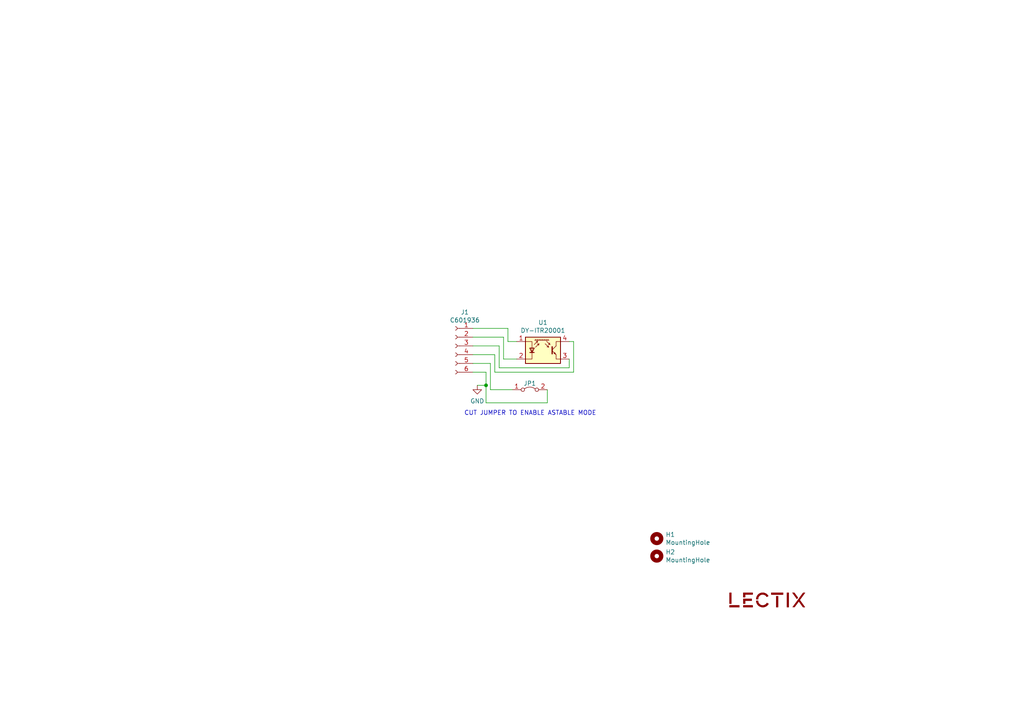
<source format=kicad_sch>
(kicad_sch (version 20211123) (generator eeschema)
  (paper "A4")
  (title_block (title "LEC009202 - Capteur IR droit") (date "2023-05-05") (rev "1.0") (company "LECTIX"))
  (lib_symbols
    (symbol "0_logos:logo_lectix_25mm" (pin_names (offset 1.016))
      (symbol "logo_lectix_25mm_0_0"
        (polyline (pts (xy -10.1092 2.0574) (xy -10.668 2.0574) (xy -10.668 -1.1176) (xy -10.1092 -1.1176) (xy -10.1092 2.0574)) (stroke (width 0.0254)) (fill (type outline)))
        (polyline (pts (xy -7.7978 -1.5748) (xy -10.668 -1.5748) (xy -10.668 -2.1336) (xy -7.7978 -2.1336) (xy -7.7978 -1.5748)) (stroke (width 0.0254)) (fill (type outline)))
        (polyline (pts (xy -3.937 -1.5748) (xy -6.6548 -1.5748) (xy -6.6548 -2.1336) (xy -3.937 -2.1336) (xy -3.937 -1.5748)) (stroke (width 0.0254)) (fill (type outline)))
        (polyline (pts (xy 3.429 1.0922) (xy 2.8702 1.0922) (xy 2.8702 -2.1082) (xy 3.429 -2.1082) (xy 3.429 1.0922)) (stroke (width 0.0254)) (fill (type outline)))
        (polyline (pts (xy 4.8768 2.0828) (xy 1.4478 2.0828) (xy 1.4478 1.524) (xy 4.8768 1.524) (xy 4.8768 2.0828)) (stroke (width 0.0254)) (fill (type outline)))
        (polyline (pts (xy 6.5278 2.0828) (xy 5.9944 2.0828) (xy 5.9944 -2.1082) (xy 6.5278 -2.1082) (xy 6.5278 2.0828)) (stroke (width 0.0254)) (fill (type outline)))
        (polyline (pts (xy -6.1214 -0.254) (xy -4.2164 -0.254) (xy -4.2164 0.3048) (xy -6.6548 0.3048) (xy -6.6548 -1.1176) (xy -6.1214 -1.1176) (xy -6.1214 -0.254)) (stroke (width 0.0254)) (fill (type outline)))
        (polyline (pts (xy -6.1214 1.5494) (xy -3.937 1.5494) (xy -3.937 2.0828) (xy -6.6802 2.0828) (xy -6.6802 0.762) (xy -6.1214 0.762) (xy -6.1214 1.5494)) (stroke (width 0.0254)) (fill (type outline)))
        (polyline (pts (xy 8.9916 0.381) (xy 9.017 0.4318) (xy 9.0424 0.4572) (xy 9.0678 0.508) (xy 9.0932 0.5334) (xy 9.1186 0.5842) (xy 9.144 0.6096) (xy 9.144 0.635) (xy 9.1694 0.635) (xy 9.1694 0.6604) (xy 9.1186 0.7112) (xy 9.0678 0.8128) (xy 9.017 0.8636) (xy 8.9916 0.9144) (xy 8.9408 0.9906) (xy 8.89 1.0414) (xy 8.8392 1.1176) (xy 8.763 1.1938) (xy 8.7122 1.2954) (xy 8.6614 1.3716) (xy 8.128 2.0828) (xy 7.5692 2.0828) (xy 7.5692 2.0574) (xy 7.5946 2.0574) (xy 7.5946 2.032) (xy 7.6454 1.9812) (xy 7.6708 1.9304) (xy 7.7216 1.8796) (xy 7.747 1.8034) (xy 7.7978 1.7526) (xy 7.8994 1.6002) (xy 7.9756 1.524) (xy 8.0264 1.4478) (xy 8.1026 1.3462) (xy 8.1534 1.2446) (xy 8.2296 1.1684) (xy 8.255 1.1176) (xy 8.3312 1.0414) (xy 8.382 0.9398) (xy 8.4582 0.8636) (xy 8.509 0.762) (xy 8.5598 0.6858) (xy 8.6868 0.5588) (xy 8.7122 0.4826) (xy 8.763 0.4318) (xy 8.7884 0.381) (xy 8.8392 0.3556) (xy 8.8646 0.3048) (xy 8.8646 0.2794) (xy 8.89 0.2794) (xy 8.9916 0.381)) (stroke (width 0.0254)) (fill (type outline)))
        (polyline (pts (xy -2.3622 0.2794) (xy -2.3368 0.381) (xy -2.3368 0.508) (xy -2.3114 0.6096) (xy -2.286 0.6858) (xy -2.2352 0.8128) (xy -2.1844 0.9144) (xy -2.032 1.1176) (xy -1.9304 1.1938) (xy -1.8542 1.2954) (xy -1.7526 1.3462) (xy -1.6256 1.4224) (xy -1.524 1.4732) (xy -1.397 1.524) (xy -1.27 1.5494) (xy -0.8636 1.5494) (xy -0.762 1.524) (xy -0.635 1.4986) (xy -0.5334 1.4478) (xy -0.4064 1.397) (xy -0.3048 1.3462) (xy -0.2032 1.27) (xy -0.0508 1.1176) (xy 0.0508 0.9652) (xy 0.1016 0.9144) (xy 0.1016 0.889) (xy 0.127 0.8636) (xy 0.1778 0.8636) (xy 0.2286 0.9144) (xy 0.2794 0.9398) (xy 0.3048 0.9652) (xy 0.4064 1.016) (xy 0.4318 1.0414) (xy 0.4826 1.0668) (xy 0.5334 1.1176) (xy 0.5588 1.1176) (xy 0.5842 1.143) (xy 0.5842 1.1684) (xy 0.5588 1.1938) (xy 0.5588 1.2192) (xy 0.5334 1.2192) (xy 0.4572 1.3462) (xy 0.3556 1.4478) (xy 0.254 1.5748) (xy 0.1524 1.6764) (xy -0.2286 1.905) (xy -0.5334 2.0066) (xy -0.6604 2.0574) (xy -0.8128 2.0828) (xy -1.27 2.0828) (xy -1.3208 2.0574) (xy -1.4478 2.032) (xy -1.6002 2.0066) (xy -1.7272 1.9558) (xy -1.8034 1.9304) (xy -1.9558 1.8542) (xy -2.0828 1.778) (xy -2.1844 1.7018) (xy -2.3114 1.6002) (xy -2.413 1.4986) (xy -2.5146 1.3716) (xy -2.5908 1.27) (xy -2.7432 1.016) (xy -2.794 0.8636) (xy -2.8448 0.7366) (xy -2.8702 0.5842) (xy -2.8956 0.4572) (xy -2.8956 0.3048) (xy -2.921 0.1778) (xy -2.3622 0.1778) (xy -2.3622 0.2794)) (stroke (width 0.0254)) (fill (type outline)))
        (polyline (pts (xy -0.8636 -2.1082) (xy -0.6604 -2.1082) (xy -0.6096 -2.0828) (xy -0.4826 -2.0574) (xy -0.1778 -1.9558) (xy 0.0762 -1.8034) (xy 0.2032 -1.7018) (xy 0.3048 -1.6002) (xy 0.4318 -1.4986) (xy 0.5334 -1.3716) (xy 0.6096 -1.2446) (xy 0.635 -1.1938) (xy 0.6858 -1.143) (xy 0.6604 -1.1176) (xy 0.635 -1.1176) (xy 0.6096 -1.0922) (xy 0.5842 -1.0922) (xy 0.5588 -1.0668) (xy 0.3556 -0.9652) (xy 0.3302 -0.9398) (xy 0.2794 -0.9398) (xy 0.254 -0.9144) (xy 0.2032 -0.889) (xy 0.1778 -0.889) (xy 0.1778 -0.8636) (xy 0.1524 -0.889) (xy 0.1524 -0.9144) (xy 0.127 -0.9652) (xy -0.0254 -1.1684) (xy -0.3302 -1.397) (xy -0.4318 -1.4478) (xy -0.6858 -1.5494) (xy -0.7874 -1.5748) (xy -0.8382 -1.5748) (xy -0.9144 -1.6002) (xy -1.1684 -1.6002) (xy -1.27 -1.5748) (xy -1.397 -1.5494) (xy -1.651 -1.4478) (xy -1.7526 -1.3716) (xy -1.8542 -1.3208) (xy -1.8542 -1.2954) (xy -1.9558 -1.2192) (xy -2.0574 -1.1176) (xy -2.1336 -1.016) (xy -2.1844 -0.9144) (xy -2.2606 -0.8128) (xy -2.286 -0.6858) (xy -2.3368 -0.5588) (xy -2.3622 -0.4572) (xy -2.3622 -0.254) (xy -2.921 -0.254) (xy -2.921 -0.4318) (xy -2.8956 -0.4572) (xy -2.8956 -0.6096) (xy -2.8448 -0.762) (xy -2.794 -0.889) (xy -2.7432 -1.0414) (xy -2.5908 -1.2954) (xy -2.3876 -1.5494) (xy -2.3368 -1.5748) (xy -2.286 -1.651) (xy -2.2098 -1.7018) (xy -2.159 -1.7526) (xy -2.0828 -1.8034) (xy -2.0574 -1.8034) (xy -1.8034 -1.9558) (xy -1.651 -2.0066) (xy -1.524 -2.0574) (xy -1.3716 -2.0828) (xy -1.2446 -2.1082) (xy -1.1938 -2.1082) (xy -1.1684 -2.1336) (xy -0.9144 -2.1336) (xy -0.8636 -2.1082)) (stroke (width 0.0254)) (fill (type outline)))
        (polyline (pts (xy 11.2014 -2.0574) (xy 11.1506 -2.0066) (xy 11.1252 -1.9558) (xy 11.0236 -1.8542) (xy 10.8204 -1.5494) (xy 10.7442 -1.4478) (xy 10.6934 -1.3716) (xy 10.4648 -1.0668) (xy 10.4394 -1.016) (xy 10.287 -0.8128) (xy 10.2362 -0.7366) (xy 10.16 -0.635) (xy 10.1092 -0.5588) (xy 10.033 -0.4826) (xy 9.8806 -0.254) (xy 9.8552 -0.2032) (xy 9.8044 -0.1524) (xy 9.779 -0.1016) (xy 9.7536 -0.0762) (xy 9.7536 -0.0508) (xy 9.7282 -0.0508) (xy 9.7282 -0.0254) (xy 9.779 0.0254) (xy 9.8044 0.0762) (xy 9.8298 0.1016) (xy 9.8806 0.1778) (xy 9.906 0.2286) (xy 9.9568 0.3048) (xy 10.033 0.381) (xy 10.1346 0.5334) (xy 10.2108 0.6096) (xy 10.2616 0.7112) (xy 10.4902 1.016) (xy 11.2522 2.0574) (xy 10.668 2.0574) (xy 10.668 2.032) (xy 10.6426 2.0066) (xy 10.5918 1.905) (xy 10.4902 1.8034) (xy 10.3886 1.651) (xy 10.3124 1.5748) (xy 10.2616 1.4732) (xy 10.033 1.1684) (xy 9.9314 1.0414) (xy 9.8552 0.9398) (xy 9.7536 0.8128) (xy 9.6774 0.6858) (xy 9.5758 0.5334) (xy 9.4742 0.4064) (xy 9.3726 0.254) (xy 9.271 0.127) (xy 9.1694 -0.0254) (xy 7.6454 -2.0828) (xy 8.2296 -2.0828) (xy 8.255 -2.0574) (xy 8.255 -2.032) (xy 8.3058 -1.9812) (xy 8.3312 -1.9304) (xy 8.382 -1.8796) (xy 8.4074 -1.8288) (xy 8.5598 -1.6002) (xy 8.636 -1.524) (xy 8.6868 -1.4478) (xy 8.763 -1.3462) (xy 8.8392 -1.27) (xy 8.89 -1.1938) (xy 8.9408 -1.0922) (xy 9.017 -1.016) (xy 9.2202 -0.7112) (xy 9.3218 -0.6096) (xy 9.3726 -0.508) (xy 9.4234 -0.4572) (xy 9.4234 -0.4318) (xy 9.4488 -0.4318) (xy 9.4488 -0.4572) (xy 9.525 -0.5334) (xy 9.5504 -0.5842) (xy 9.6012 -0.635) (xy 9.6266 -0.7112) (xy 9.6774 -0.762) (xy 9.779 -0.9144) (xy 9.8552 -0.9906) (xy 9.906 -1.0922) (xy 9.9822 -1.1684) (xy 10.033 -1.27) (xy 10.6426 -2.1082) (xy 11.2014 -2.1082) (xy 11.2014 -2.0574)) (stroke (width 0.0254)) (fill (type outline)))
      )
    )
    (symbol "0_sensors:DY-ITR20001" (pin_names (offset 0.0254) hide)
      (property "Reference" "U" (at -3.81 5.08 0))
      (property "Value" "0_sensors_DY-ITR20001" (at 6.35 -5.08 0))
      (symbol "DY-ITR20001_0_1"
        (polyline (pts (xy -3.81 -0.635) (xy -2.54 -0.635)) (stroke (width 0.254)))
        (polyline (pts (xy -2.286 2.921) (xy -2.032 3.175)))
        (polyline (pts (xy -1.778 2.921) (xy -1.524 3.175)))
        (polyline (pts (xy -1.524 2.667) (xy -1.651 2.159)))
        (polyline (pts (xy -1.27 2.921) (xy -1.016 3.175)))
        (polyline (pts (xy -1.143 1.905) (xy -1.27 1.397)))
        (polyline (pts (xy -0.762 2.921) (xy -0.508 3.175)))
        (polyline (pts (xy -0.254 2.921) (xy 0 3.175)))
        (polyline (pts (xy 0.254 2.921) (xy 0.508 3.175)))
        (polyline (pts (xy 0.762 2.921) (xy 1.016 3.175)))
        (polyline (pts (xy 1.27 2.921) (xy 1.524 3.175)))
        (polyline (pts (xy 1.651 0.889) (xy 1.143 1.016)))
        (polyline (pts (xy 1.778 2.921) (xy -2.413 2.921)))
        (polyline (pts (xy 2.032 1.651) (xy 1.524 1.778)))
        (polyline (pts (xy 2.667 -0.127) (xy 3.81 -1.27)))
        (polyline (pts (xy 2.667 0.127) (xy 3.81 1.27)))
        (polyline (pts (xy -2.54 1.651) (xy -1.524 2.667) (xy -2.032 2.54)))
        (polyline (pts (xy -2.159 0.889) (xy -1.143 1.905) (xy -1.651 1.778)))
        (polyline (pts (xy 0.635 1.905) (xy 1.651 0.889) (xy 1.524 1.397)))
        (polyline (pts (xy 1.016 2.667) (xy 2.032 1.651) (xy 1.905 2.159)))
        (polyline (pts (xy 2.667 1.016) (xy 2.667 -1.016) (xy 2.667 -1.016)) (stroke (width 0.3556)))
        (polyline (pts (xy 3.81 -1.27) (xy 3.81 -2.54) (xy 5.08 -2.54)))
        (polyline (pts (xy 3.81 1.27) (xy 3.81 2.54) (xy 5.08 2.54)))
        (polyline (pts (xy -5.08 -2.54) (xy -3.175 -2.54) (xy -3.175 2.54) (xy -5.08 2.54)))
        (polyline (pts (xy -3.175 -0.635) (xy -3.81 0.635) (xy -2.54 0.635) (xy -3.175 -0.635)) (stroke (width 0.254)))
        (polyline (pts (xy 3.683 -1.143) (xy 3.429 -0.635) (xy 3.175 -0.889) (xy 3.683 -1.143)))
        (polyline (pts (xy -5.08 -3.81) (xy 5.08 -3.81) (xy 5.08 3.81) (xy -5.08 3.81) (xy -5.08 -3.81)) (stroke (width 0.254)) (fill (type background)))
      )
      (symbol "DY-ITR20001_1_1"
        (pin passive line (at -7.62 2.54 0) (length 2.54) (name "A") (number "1"))
        (pin passive line (at -7.62 -2.54 0) (length 2.54) (name "K") (number "2"))
        (pin open_emitter line (at 7.62 -2.54 180) (length 2.54) (name "~") (number "3"))
        (pin open_collector line (at 7.62 2.54 180) (length 2.54) (name "~") (number "4"))
      )
    )
    (symbol "Connector:Conn_01x06_Female" (pin_names (offset 1.016) hide)
      (property "Reference" "J" (at 0 7.62 0))
      (property "Value" "Conn_01x06_Female" (at 0 -10.16 0))
      (symbol "Conn_01x06_Female_1_1"
        (arc (start 0 -7.112) (mid -0.508 -7.62) (end 0 -8.128) (stroke (width 0.1524)))
        (arc (start 0 -4.572) (mid -0.508 -5.08) (end 0 -5.588) (stroke (width 0.1524)))
        (arc (start 0 -2.032) (mid -0.508 -2.54) (end 0 -3.048) (stroke (width 0.1524)))
        (polyline (pts (xy -1.27 -7.62) (xy -0.508 -7.62)) (stroke (width 0.1524)))
        (polyline (pts (xy -1.27 -5.08) (xy -0.508 -5.08)) (stroke (width 0.1524)))
        (polyline (pts (xy -1.27 -2.54) (xy -0.508 -2.54)) (stroke (width 0.1524)))
        (polyline (pts (xy -1.27 0) (xy -0.508 0)) (stroke (width 0.1524)))
        (polyline (pts (xy -1.27 2.54) (xy -0.508 2.54)) (stroke (width 0.1524)))
        (polyline (pts (xy -1.27 5.08) (xy -0.508 5.08)) (stroke (width 0.1524)))
        (arc (start 0 0.508) (mid -0.508 0) (end 0 -0.508) (stroke (width 0.1524)))
        (arc (start 0 3.048) (mid -0.508 2.54) (end 0 2.032) (stroke (width 0.1524)))
        (arc (start 0 5.588) (mid -0.508 5.08) (end 0 4.572) (stroke (width 0.1524)))
        (pin passive line (at -5.08 5.08 0) (length 3.81) (name "Pin_1") (number "1"))
        (pin passive line (at -5.08 2.54 0) (length 3.81) (name "Pin_2") (number "2"))
        (pin passive line (at -5.08 0 0) (length 3.81) (name "Pin_3") (number "3"))
        (pin passive line (at -5.08 -2.54 0) (length 3.81) (name "Pin_4") (number "4"))
        (pin passive line (at -5.08 -5.08 0) (length 3.81) (name "Pin_5") (number "5"))
        (pin passive line (at -5.08 -7.62 0) (length 3.81) (name "Pin_6") (number "6"))
      )
    )
    (symbol "Jumper:Jumper_2_Bridged" (pin_names (offset 0) hide)
      (property "Reference" "JP" (at 0 1.905 0))
      (property "Value" "Jumper_2_Bridged" (at 0 -2.54 0))
      (symbol "Jumper_2_Bridged_0_0"
        (circle (center -2.032 0) (radius 0.508))
        (circle (center 2.032 0) (radius 0.508))
      )
      (symbol "Jumper_2_Bridged_0_1"
        (arc (start 1.524 0.254) (mid 0 0.762) (end -1.524 0.254))
      )
      (symbol "Jumper_2_Bridged_1_1"
        (pin passive line (at -5.08 0 0) (length 2.54) (name "A") (number "1"))
        (pin passive line (at 5.08 0 180) (length 2.54) (name "B") (number "2"))
      )
    )
    (symbol "Mechanical:MountingHole" (pin_names (offset 1.016))
      (property "Reference" "H" (at 0 5.08 0))
      (property "Value" "MountingHole" (at 0 3.175 0))
      (symbol "MountingHole_0_1"
        (circle (center 0 0) (radius 1.27) (stroke (width 1.27)))
      )
    )
    (symbol "power:GND" (power) (pin_names (offset 0))
      (property "Value" "GND" (at 0 -3.81 0))
      (symbol "GND_0_1"
        (polyline (pts (xy 0 0) (xy 0 -1.27) (xy 1.27 -1.27) (xy 0 -2.54) (xy -1.27 -1.27) (xy 0 -1.27)))
      )
      (symbol "GND_1_1"
        (pin power_in line (at 0 0 270) (length 0) hide (name "GND") (number "1"))
      )
    )
  )
  (junction (at 140.97 111.76))
  (wire (pts (xy 137.16 100.33) (xy 144.78 100.33)))
  (wire (pts (xy 144.78 100.33) (xy 144.78 106.68)))
  (wire (pts (xy 137.16 95.25) (xy 147.32 95.25)))
  (wire (pts (xy 166.37 107.95) (xy 166.37 99.06)))
  (wire (pts (xy 158.75 116.84) (xy 140.97 116.84)))
  (wire (pts (xy 137.16 105.41) (xy 142.24 105.41)))
  (wire (pts (xy 146.05 104.14) (xy 149.86 104.14)))
  (wire (pts (xy 166.37 99.06) (xy 165.1 99.06)))
  (wire (pts (xy 143.51 107.95) (xy 166.37 107.95)))
  (wire (pts (xy 147.32 95.25) (xy 147.32 99.06)))
  (wire (pts (xy 140.97 111.76) (xy 140.97 107.95)))
  (wire (pts (xy 143.51 102.87) (xy 143.51 107.95)))
  (wire (pts (xy 146.05 97.79) (xy 146.05 104.14)))
  (wire (pts (xy 142.24 105.41) (xy 142.24 113.03)))
  (wire (pts (xy 137.16 97.79) (xy 146.05 97.79)))
  (wire (pts (xy 158.75 113.03) (xy 158.75 116.84)))
  (wire (pts (xy 137.16 102.87) (xy 143.51 102.87)))
  (wire (pts (xy 147.32 99.06) (xy 149.86 99.06)))
  (wire (pts (xy 144.78 106.68) (xy 165.1 106.68)))
  (wire (pts (xy 138.43 111.76) (xy 140.97 111.76)))
  (wire (pts (xy 140.97 107.95) (xy 137.16 107.95)))
  (wire (pts (xy 165.1 104.14) (xy 165.1 106.68)))
  (wire (pts (xy 142.24 113.03) (xy 148.59 113.03)))
  (wire (pts (xy 140.97 116.84) (xy 140.97 111.76)))
  (text "CUT JUMPER TO ENABLE ASTABLE MODE" (at 134.62 120.65 0) (effects (font (size 1.27 1.27)) (justify left bottom)))
  (symbol (lib_id "Mechanical:MountingHole") (at 190.5 156.21 0) (unit 1) (in_bom no)
    (property "Reference" "H1" (at 193.04 155.0416 0) (effects (justify left)))
    (property "Value" "MountingHole" (at 193.04 157.353 0) (effects (justify left)))
    (property "Footprint" "0_mechanical:MountingHole_3.2mm_M3" (effects hide))
    (property "LCSC" "DNP" (effects hide))
    (property "Manufacturer" "DNP" (effects hide))
    (property "PartNumber" "DNP" (effects hide))
    (property "Notes" "Do not place" (effects hide))
  )
  (symbol (lib_id "Mechanical:MountingHole") (at 190.5 161.29 0) (unit 1) (in_bom no)
    (property "Reference" "H2" (at 193.04 160.1216 0) (effects (justify left)))
    (property "Value" "MountingHole" (at 193.04 162.433 0) (effects (justify left)))
    (property "Footprint" "0_mechanical:MountingHole_3.2mm_M3" (effects hide))
    (property "LCSC" "DNP" (effects hide))
    (property "Manufacturer" "DNP" (effects hide))
    (property "PartNumber" "DNP" (effects hide))
    (property "Notes" "Do not place" (effects hide))
  )
  (symbol (lib_id "0_logos:logo_lectix_25mm") (at 222.25 173.99 0) (unit 1) (in_bom no)
    (property "Reference" "LOGO1" (effects hide))
    (property "Value" "logo_lectix_25mm" (effects hide))
    (property "Footprint" "0_logos:Logo_10mm" (effects hide))
    (property "LCSC" "DNP" (effects hide))
    (property "Manufacturer" "DNP" (effects hide))
    (property "PartNumber" "DNP" (effects hide))
    (property "Notes" "Do not place" (effects hide))
  )
  (symbol (lib_id "0_sensors:DY-ITR20001") (at 157.48 101.6 0) (unit 1) (in_bom no)
    (property "Reference" "U1" (at 157.48 93.5482 0))
    (property "Value" "DY-ITR20001" (at 157.48 95.8596 0))
    (property "Footprint" "0_ITR:DY-ITR20001_edge" (effects hide))
    (property "Datasheet" "https://datasheet.lcsc.com/szlcsc/1912111437_TONYU-DY-ITR20001_C459137.pdf" (effects hide))
    (property "LCSC" "C459137" (effects hide))
    (property "MPN" "DY-ITR20001" (effects hide))
    (property "Description" "Through Hole Reflective Optical Interrupters ROHS " (effects hide))
    (property "Manufacturer" "TONYU" (effects hide))
    (property "PartNumber" "DY-ITR20001" (effects hide))
    (property "Notes" "Original part only" (effects hide))
  )
  (symbol (lib_id "Connector:Conn_01x06_Female") (at 132.08 100.33 0) (mirror y) (unit 1)
    (property "Reference" "J1" (at 134.8232 90.551 0))
    (property "Value" "C601936" (at 134.8232 92.8624 0))
    (property "Footprint" "Connector_IDC:IDC-Header_2x03_P2.54mm_Vertical" (effects hide))
    (property "LCSC" "C601936" (effects hide))
    (property "cable" "09180067001" (effects hide))
    (property "Cable connector" "C33344" (effects hide))
    (property "Description" "2.54mm 2x3 pin IDC" (effects hide))
    (property "Manufacturer" "JILN" (effects hide))
    (property "PartNumber" "321006SG0ABK00A01" (effects hide))
    (property "JLCPCB_CORRECTION" "1.27;2.54;270" (effects hide))
  )
  (symbol (lib_id "power:GND") (at 138.43 111.76 0) (unit 1)
    (property "Reference" "#PWR?" (effects hide))
    (property "Value" "GND" (at 138.43 116.3225 0))
  )
  (symbol (lib_id "Jumper:Jumper_2_Bridged") (at 153.67 113.03 0) (unit 1) (in_bom no)
    (property "Reference" "JP1" (at 153.67 111.2035 0))
    (property "Value" "Jumper_2_Bridged" (effects hide))
    (property "Footprint" "Jumper:SolderJumper-2_P1.3mm_Bridged_RoundedPad1.0x1.5mm" (effects hide))
    (property "Manufacturer" "DNP" (effects hide))
    (property "PartNumber" "DNP" (effects hide))
    (property "Notes" "Do not place" (effects hide))
  )
)
</source>
